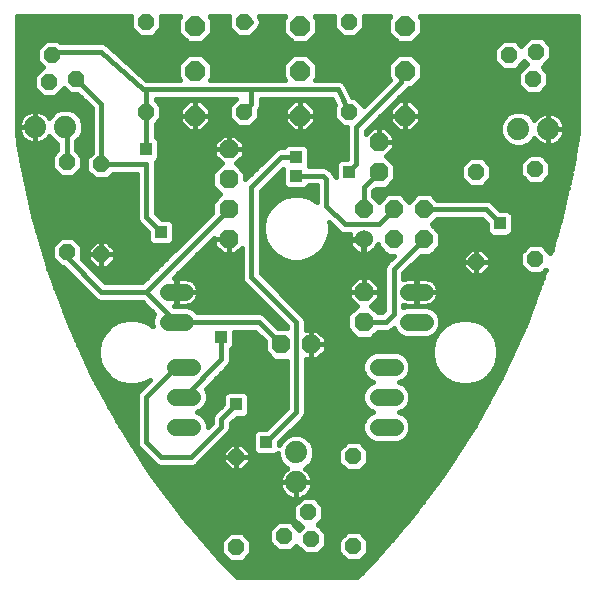
<source format=gbl>
G75*
%MOIN*%
%OFA0B0*%
%FSLAX24Y24*%
%IPPOS*%
%LPD*%
%AMOC8*
5,1,8,0,0,1.08239X$1,22.5*
%
%ADD10C,0.0740*%
%ADD11OC8,0.0520*%
%ADD12OC8,0.0660*%
%ADD13OC8,0.0630*%
%ADD14C,0.0600*%
%ADD15OC8,0.0600*%
%ADD16C,0.0560*%
%ADD17C,0.0160*%
%ADD18R,0.0396X0.0396*%
D10*
X016170Y008330D03*
X016170Y009330D03*
X023580Y020115D03*
X024580Y020115D03*
X008470Y020180D03*
X007470Y020180D03*
D11*
X008530Y019010D03*
X009680Y018930D03*
X011180Y020680D03*
X008830Y021780D03*
X007930Y021680D03*
X008030Y022580D03*
X011180Y023680D03*
X014430Y023680D03*
X014430Y020680D03*
X017930Y020680D03*
X017930Y023680D03*
X023280Y022580D03*
X024180Y022680D03*
X024080Y021780D03*
X024150Y018780D03*
X022180Y018680D03*
X022180Y015680D03*
X024150Y015780D03*
X018080Y009200D03*
X016580Y007330D03*
X016680Y006430D03*
X015780Y006530D03*
X014180Y006180D03*
X014180Y009180D03*
X018080Y006200D03*
X009680Y015930D03*
X008530Y016010D03*
D12*
X012805Y020555D03*
X012805Y022055D03*
X012805Y023555D03*
X016305Y023555D03*
X016305Y022055D03*
X016305Y020555D03*
X019805Y020555D03*
X019805Y022055D03*
X019805Y023555D03*
D13*
X018930Y019680D03*
X018930Y018680D03*
X018430Y014680D03*
X018430Y013680D03*
X016680Y012930D03*
X015680Y012930D03*
X013930Y016430D03*
X013930Y017430D03*
X013930Y018430D03*
X013930Y019430D03*
D14*
X018430Y016430D03*
D15*
X019430Y016430D03*
X020430Y016430D03*
X020430Y017430D03*
X019430Y017430D03*
X018430Y017430D03*
D16*
X019900Y014680D02*
X020460Y014680D01*
X020460Y013680D02*
X019900Y013680D01*
X019460Y012180D02*
X018900Y012180D01*
X018900Y011180D02*
X019460Y011180D01*
X019460Y010180D02*
X018900Y010180D01*
X012710Y010180D02*
X012150Y010180D01*
X012150Y011180D02*
X012710Y011180D01*
X012710Y012180D02*
X012150Y012180D01*
X011900Y013680D02*
X012460Y013680D01*
X012460Y014680D02*
X011900Y014680D01*
D17*
X011318Y008643D02*
X015717Y008643D01*
X015700Y008618D02*
X015660Y008541D01*
X015634Y008459D01*
X015620Y008373D01*
X015620Y008330D01*
X016170Y008330D01*
X016720Y008330D01*
X016720Y008373D01*
X016706Y008459D01*
X016680Y008541D01*
X016640Y008618D01*
X016590Y008688D01*
X016528Y008750D01*
X016468Y008793D01*
X016516Y008813D01*
X016687Y008984D01*
X016780Y009209D01*
X016780Y009451D01*
X016687Y009676D01*
X016516Y009847D01*
X016291Y009940D01*
X016049Y009940D01*
X015824Y009847D01*
X015653Y009676D01*
X015618Y009592D01*
X015618Y009666D01*
X016361Y010409D01*
X016451Y010499D01*
X016500Y010616D01*
X016500Y012435D01*
X016680Y012435D01*
X016885Y012435D01*
X017175Y012725D01*
X017175Y012930D01*
X017175Y013135D01*
X016885Y013425D01*
X016680Y013425D01*
X016680Y012930D01*
X016680Y012930D01*
X017175Y012930D01*
X016680Y012930D01*
X016680Y012930D01*
X016680Y013425D01*
X016500Y013425D01*
X016500Y013744D01*
X016451Y013861D01*
X015000Y015313D01*
X015000Y018047D01*
X015742Y018789D01*
X015742Y018309D01*
X015778Y018221D01*
X015846Y018153D01*
X015934Y018117D01*
X016426Y018117D01*
X016514Y018153D01*
X016582Y018221D01*
X016587Y018235D01*
X016860Y018235D01*
X016860Y017694D01*
X016608Y017839D01*
X016326Y017915D01*
X016034Y017915D01*
X015752Y017839D01*
X015498Y017693D01*
X015292Y017487D01*
X015146Y017233D01*
X015070Y016951D01*
X015070Y016659D01*
X015146Y016377D01*
X015292Y016123D01*
X015498Y015917D01*
X015752Y015771D01*
X016034Y015695D01*
X016326Y015695D01*
X016608Y015771D01*
X016862Y015917D01*
X017068Y016123D01*
X017214Y016377D01*
X017290Y016659D01*
X017290Y016951D01*
X017275Y017008D01*
X017624Y016659D01*
X017741Y016610D01*
X017984Y016610D01*
X017962Y016542D01*
X017950Y016468D01*
X017950Y016450D01*
X018410Y016450D01*
X018410Y016410D01*
X018450Y016410D01*
X018450Y015950D01*
X018468Y015950D01*
X018542Y015962D01*
X018614Y015985D01*
X018682Y016019D01*
X018743Y016064D01*
X018796Y016117D01*
X018841Y016178D01*
X018875Y016246D01*
X018890Y016292D01*
X018890Y016206D01*
X019206Y015890D01*
X019437Y015890D01*
X019249Y015701D01*
X019159Y015611D01*
X019110Y015494D01*
X019110Y014063D01*
X019047Y014000D01*
X018895Y014000D01*
X018672Y014222D01*
X018925Y014475D01*
X018925Y014680D01*
X018925Y014885D01*
X018635Y015175D01*
X018430Y015175D01*
X018430Y014680D01*
X018925Y014680D01*
X018430Y014680D01*
X018430Y014680D01*
X018430Y014680D01*
X018430Y014680D01*
X017935Y014680D01*
X017935Y014885D01*
X018225Y015175D01*
X018430Y015175D01*
X018430Y014680D01*
X017935Y014680D01*
X017935Y014475D01*
X018188Y014222D01*
X017875Y013910D01*
X017875Y013450D01*
X018200Y013125D01*
X018660Y013125D01*
X018895Y013360D01*
X019244Y013360D01*
X019361Y013409D01*
X019424Y013471D01*
X019459Y013385D01*
X019605Y013239D01*
X019797Y013160D01*
X020563Y013160D01*
X020755Y013239D01*
X020901Y013385D01*
X020980Y013577D01*
X020980Y013783D01*
X020901Y013975D01*
X020755Y014121D01*
X020563Y014200D01*
X019797Y014200D01*
X019750Y014181D01*
X019750Y014245D01*
X019792Y014231D01*
X019864Y014220D01*
X020170Y014220D01*
X020170Y014670D01*
X020190Y014670D01*
X020190Y014690D01*
X020170Y014690D01*
X020170Y015140D01*
X019864Y015140D01*
X019792Y015129D01*
X019750Y015115D01*
X019750Y015297D01*
X020343Y015890D01*
X020654Y015890D01*
X020970Y016206D01*
X020970Y016654D01*
X020694Y016930D01*
X020874Y017110D01*
X022367Y017110D01*
X022527Y016951D01*
X022527Y016719D01*
X022563Y016631D01*
X022631Y016563D01*
X022719Y016527D01*
X023211Y016527D01*
X023299Y016563D01*
X023367Y016631D01*
X023403Y016719D01*
X023403Y017211D01*
X023367Y017299D01*
X023299Y017367D01*
X023211Y017403D01*
X022979Y017403D01*
X022771Y017611D01*
X022771Y017611D01*
X022681Y017701D01*
X022564Y017750D01*
X020874Y017750D01*
X020654Y017970D01*
X020206Y017970D01*
X019930Y017694D01*
X019654Y017970D01*
X019206Y017970D01*
X018930Y017694D01*
X018750Y017874D01*
X018750Y018047D01*
X018828Y018125D01*
X019160Y018125D01*
X019485Y018450D01*
X019485Y018910D01*
X019172Y019222D01*
X019425Y019475D01*
X019425Y019680D01*
X019425Y019885D01*
X019135Y020175D01*
X018930Y020175D01*
X018930Y019680D01*
X018930Y019680D01*
X019425Y019680D01*
X018930Y019680D01*
X018930Y019680D01*
X018930Y020175D01*
X018725Y020175D01*
X018500Y019950D01*
X018500Y020047D01*
X019861Y021409D01*
X019938Y021485D01*
X020041Y021485D01*
X020375Y021819D01*
X020375Y022291D01*
X020041Y022625D01*
X019569Y022625D01*
X019235Y022291D01*
X019235Y021819D01*
X019301Y021753D01*
X018430Y020883D01*
X018430Y020887D01*
X018137Y021180D01*
X018038Y021180D01*
X017846Y021563D01*
X017826Y021611D01*
X017818Y021620D01*
X017813Y021630D01*
X017773Y021664D01*
X017736Y021701D01*
X017725Y021706D01*
X017717Y021713D01*
X017667Y021730D01*
X017619Y021750D01*
X017607Y021750D01*
X017596Y021754D01*
X017544Y021750D01*
X016806Y021750D01*
X016875Y021819D01*
X016875Y022291D01*
X016541Y022625D01*
X016069Y022625D01*
X015735Y022291D01*
X015735Y021819D01*
X015804Y021750D01*
X013306Y021750D01*
X013375Y021819D01*
X013375Y022291D01*
X013041Y022625D01*
X012569Y022625D01*
X012235Y022291D01*
X012235Y021819D01*
X012304Y021750D01*
X011179Y021750D01*
X009901Y022912D01*
X009861Y022951D01*
X009854Y022954D01*
X009848Y022960D01*
X009795Y022979D01*
X009744Y023000D01*
X009736Y023000D01*
X009728Y023003D01*
X009672Y023000D01*
X008317Y023000D01*
X008237Y023080D01*
X007823Y023080D01*
X007530Y022787D01*
X007530Y022373D01*
X007723Y022180D01*
X007723Y022180D01*
X007430Y021887D01*
X007430Y021473D01*
X007723Y021180D01*
X008137Y021180D01*
X008430Y021473D01*
X008623Y021280D01*
X008877Y021280D01*
X009360Y020797D01*
X009360Y019317D01*
X009180Y019137D01*
X009180Y018723D01*
X009473Y018430D01*
X009887Y018430D01*
X010067Y018610D01*
X010860Y018610D01*
X010860Y017116D01*
X010909Y016999D01*
X011242Y016666D01*
X011242Y016434D01*
X011278Y016346D01*
X011346Y016278D01*
X011434Y016242D01*
X011926Y016242D01*
X012014Y016278D01*
X012082Y016346D01*
X012118Y016434D01*
X012118Y016926D01*
X012082Y017014D01*
X012014Y017082D01*
X011926Y017118D01*
X011694Y017118D01*
X011500Y017313D01*
X011500Y018994D01*
X011490Y019018D01*
X011514Y019028D01*
X011582Y019096D01*
X011618Y019184D01*
X011618Y019676D01*
X011582Y019764D01*
X011514Y019832D01*
X011500Y019837D01*
X011500Y020293D01*
X011680Y020473D01*
X011680Y020887D01*
X011500Y021067D01*
X011500Y021110D01*
X014153Y021110D01*
X013930Y020887D01*
X013930Y020473D01*
X014223Y020180D01*
X014637Y020180D01*
X014930Y020473D01*
X014930Y020727D01*
X014951Y020749D01*
X015000Y020866D01*
X015000Y021110D01*
X017357Y021110D01*
X017456Y020913D01*
X017430Y020887D01*
X017430Y020473D01*
X017723Y020180D01*
X017860Y020180D01*
X017860Y019118D01*
X017684Y019118D01*
X017596Y019082D01*
X017528Y019014D01*
X017492Y018926D01*
X017492Y018513D01*
X017451Y018611D01*
X017326Y018736D01*
X017236Y018826D01*
X017119Y018875D01*
X016594Y018875D01*
X016618Y018934D01*
X016618Y019426D01*
X016582Y019514D01*
X016514Y019582D01*
X016426Y019618D01*
X015934Y019618D01*
X015846Y019582D01*
X015778Y019514D01*
X015773Y019500D01*
X015616Y019500D01*
X015499Y019451D01*
X014485Y018438D01*
X014485Y018660D01*
X014172Y018972D01*
X014425Y019225D01*
X014425Y019430D01*
X014425Y019635D01*
X014135Y019925D01*
X013930Y019925D01*
X013930Y019430D01*
X013930Y019430D01*
X014425Y019430D01*
X013930Y019430D01*
X013930Y019430D01*
X013930Y019430D01*
X013435Y019430D01*
X013435Y019635D01*
X013725Y019925D01*
X013930Y019925D01*
X013930Y019430D01*
X013435Y019430D01*
X013435Y019225D01*
X013688Y018972D01*
X013375Y018660D01*
X013375Y018200D01*
X013645Y017930D01*
X013375Y017660D01*
X013375Y017328D01*
X011047Y015000D01*
X009813Y015000D01*
X009020Y015793D01*
X009030Y015803D01*
X009030Y016217D01*
X008737Y016510D01*
X008323Y016510D01*
X008030Y016217D01*
X008030Y015803D01*
X008323Y015510D01*
X008397Y015510D01*
X009499Y014409D01*
X009616Y014360D01*
X011047Y014360D01*
X011451Y013956D01*
X011380Y013783D01*
X011380Y013577D01*
X011399Y013531D01*
X011362Y013568D01*
X011108Y013714D01*
X010826Y013790D01*
X010534Y013790D01*
X010252Y013714D01*
X009998Y013568D01*
X009792Y013362D01*
X009646Y013108D01*
X009570Y012826D01*
X009570Y012534D01*
X009646Y012252D01*
X009792Y011998D01*
X009998Y011792D01*
X010252Y011646D01*
X010534Y011570D01*
X010826Y011570D01*
X011108Y011646D01*
X011309Y011761D01*
X010909Y011361D01*
X010860Y011244D01*
X010860Y009616D01*
X010909Y009499D01*
X010999Y009409D01*
X011499Y008909D01*
X011616Y008860D01*
X012744Y008860D01*
X012861Y008909D01*
X012951Y008999D01*
X013951Y009999D01*
X014000Y010116D01*
X014000Y010297D01*
X014194Y010492D01*
X014426Y010492D01*
X014514Y010528D01*
X014582Y010596D01*
X014618Y010684D01*
X014618Y011176D01*
X014582Y011264D01*
X014514Y011332D01*
X014426Y011368D01*
X013934Y011368D01*
X013846Y011332D01*
X013778Y011264D01*
X013742Y011176D01*
X013742Y010944D01*
X013499Y010701D01*
X013409Y010611D01*
X013360Y010494D01*
X013360Y010313D01*
X013230Y010183D01*
X013230Y010283D01*
X013151Y010475D01*
X013005Y010621D01*
X012862Y010680D01*
X013005Y010739D01*
X013151Y010885D01*
X013230Y011077D01*
X013230Y011283D01*
X013159Y011456D01*
X013861Y012159D01*
X013951Y012249D01*
X014000Y012366D01*
X014000Y012773D01*
X014014Y012778D01*
X014082Y012846D01*
X014118Y012934D01*
X014118Y013360D01*
X014797Y013360D01*
X015125Y013032D01*
X015125Y012700D01*
X015450Y012375D01*
X015860Y012375D01*
X015860Y010813D01*
X015166Y010118D01*
X014934Y010118D01*
X014846Y010082D01*
X014778Y010014D01*
X014742Y009926D01*
X014742Y009434D01*
X014778Y009346D01*
X014846Y009278D01*
X014934Y009242D01*
X015426Y009242D01*
X015514Y009278D01*
X015560Y009324D01*
X015560Y009209D01*
X015653Y008984D01*
X015824Y008813D01*
X015872Y008793D01*
X015812Y008750D01*
X015750Y008688D01*
X015700Y008618D01*
X015642Y008484D02*
X011437Y008484D01*
X011555Y008326D02*
X015620Y008326D01*
X015620Y008330D02*
X015620Y008287D01*
X015634Y008201D01*
X015660Y008119D01*
X015700Y008042D01*
X015750Y007972D01*
X015812Y007910D01*
X015882Y007860D01*
X015959Y007820D01*
X016041Y007794D01*
X016127Y007780D01*
X016170Y007780D01*
X016213Y007780D01*
X016299Y007794D01*
X016355Y007812D01*
X016080Y007537D01*
X016080Y007123D01*
X016373Y006830D01*
X016280Y006737D01*
X016280Y006737D01*
X015987Y007030D01*
X015573Y007030D01*
X015280Y006737D01*
X015280Y006323D01*
X015573Y006030D01*
X015987Y006030D01*
X016180Y006223D01*
X016180Y006223D01*
X016473Y005930D01*
X016887Y005930D01*
X017180Y006223D01*
X017180Y006637D01*
X016887Y006930D01*
X017080Y007123D01*
X017080Y007537D01*
X016787Y007830D01*
X016400Y007830D01*
X016458Y007860D01*
X016528Y007910D01*
X016590Y007972D01*
X016640Y008042D01*
X016680Y008119D01*
X016706Y008201D01*
X016720Y008287D01*
X016720Y008330D01*
X016170Y008330D01*
X016170Y008330D01*
X016170Y007780D01*
X016170Y008330D01*
X016170Y008330D01*
X016170Y008330D01*
X015620Y008330D01*
X015645Y008167D02*
X011674Y008167D01*
X011792Y008009D02*
X015724Y008009D01*
X015901Y007850D02*
X011911Y007850D01*
X012030Y007692D02*
X016234Y007692D01*
X016170Y007850D02*
X016170Y007850D01*
X016170Y008009D02*
X016170Y008009D01*
X016170Y008167D02*
X016170Y008167D01*
X016170Y008326D02*
X016170Y008326D01*
X016439Y007850D02*
X020509Y007850D01*
X020390Y007692D02*
X016926Y007692D01*
X017080Y007533D02*
X020272Y007533D01*
X020153Y007375D02*
X017080Y007375D01*
X017080Y007216D02*
X020035Y007216D01*
X019975Y007136D02*
X018735Y005704D01*
X018214Y005165D01*
X014206Y005165D01*
X013685Y005704D01*
X012445Y007136D01*
X011311Y008652D01*
X010288Y010245D01*
X009381Y011908D01*
X008595Y013631D01*
X007934Y015406D01*
X007402Y017223D01*
X007001Y019074D01*
X006855Y019978D01*
X006855Y023875D01*
X010680Y023875D01*
X010680Y023473D01*
X010973Y023180D01*
X011387Y023180D01*
X011680Y023473D01*
X011680Y023875D01*
X012319Y023875D01*
X012235Y023791D01*
X012235Y023319D01*
X012569Y022985D01*
X013041Y022985D01*
X013375Y023319D01*
X013375Y023791D01*
X013291Y023875D01*
X013930Y023875D01*
X013930Y023473D01*
X014223Y023180D01*
X014637Y023180D01*
X014930Y023473D01*
X014930Y023477D01*
X014951Y023499D01*
X015000Y023616D01*
X015000Y023744D01*
X014951Y023861D01*
X014938Y023875D01*
X015819Y023875D01*
X015735Y023791D01*
X015735Y023319D01*
X016069Y022985D01*
X016541Y022985D01*
X016875Y023319D01*
X016875Y023791D01*
X016791Y023875D01*
X017430Y023875D01*
X017430Y023473D01*
X017723Y023180D01*
X018137Y023180D01*
X018430Y023473D01*
X018430Y023875D01*
X019319Y023875D01*
X019235Y023791D01*
X019235Y023319D01*
X019569Y022985D01*
X020041Y022985D01*
X020375Y023319D01*
X020375Y023791D01*
X020291Y023875D01*
X025565Y023875D01*
X025565Y019978D01*
X025419Y019074D01*
X025018Y017223D01*
X024650Y015966D01*
X024650Y015987D01*
X024357Y016280D01*
X023943Y016280D01*
X023650Y015987D01*
X023650Y015573D01*
X023943Y015280D01*
X024357Y015280D01*
X024487Y015410D01*
X024486Y015405D01*
X023825Y013631D01*
X023039Y011908D01*
X022132Y010245D01*
X021109Y008652D01*
X019975Y007136D01*
X019907Y007058D02*
X017015Y007058D01*
X016887Y006930D02*
X016887Y006930D01*
X016918Y006899D02*
X019769Y006899D01*
X019632Y006741D02*
X017077Y006741D01*
X017180Y006582D02*
X017755Y006582D01*
X017873Y006700D02*
X017580Y006407D01*
X017580Y005993D01*
X017873Y005700D01*
X018287Y005700D01*
X018580Y005993D01*
X018580Y006407D01*
X018287Y006700D01*
X017873Y006700D01*
X017596Y006424D02*
X017180Y006424D01*
X017180Y006265D02*
X017580Y006265D01*
X017580Y006107D02*
X017064Y006107D01*
X016905Y005948D02*
X017625Y005948D01*
X017783Y005790D02*
X014497Y005790D01*
X014387Y005680D02*
X014680Y005973D01*
X014680Y006387D01*
X014387Y006680D01*
X013973Y006680D01*
X013680Y006387D01*
X013680Y005973D01*
X013973Y005680D01*
X014387Y005680D01*
X014655Y005948D02*
X016455Y005948D01*
X016296Y006107D02*
X016064Y006107D01*
X015496Y006107D02*
X014680Y006107D01*
X014680Y006265D02*
X015338Y006265D01*
X015280Y006424D02*
X014644Y006424D01*
X014485Y006582D02*
X015280Y006582D01*
X015283Y006741D02*
X012788Y006741D01*
X012651Y006899D02*
X015442Y006899D01*
X016118Y006899D02*
X016304Y006899D01*
X016373Y006830D02*
X016373Y006830D01*
X016283Y006741D02*
X016277Y006741D01*
X016145Y007058D02*
X012513Y007058D01*
X012385Y007216D02*
X016080Y007216D01*
X016080Y007375D02*
X012267Y007375D01*
X012148Y007533D02*
X016080Y007533D01*
X016616Y008009D02*
X020628Y008009D01*
X020746Y008167D02*
X016695Y008167D01*
X016720Y008326D02*
X020865Y008326D01*
X020983Y008484D02*
X016698Y008484D01*
X016623Y008643D02*
X021102Y008643D01*
X021205Y008801D02*
X018388Y008801D01*
X018287Y008700D02*
X018580Y008993D01*
X018580Y009407D01*
X018287Y009700D01*
X017873Y009700D01*
X017580Y009407D01*
X017580Y008993D01*
X017873Y008700D01*
X018287Y008700D01*
X018547Y008960D02*
X021307Y008960D01*
X021408Y009118D02*
X018580Y009118D01*
X018580Y009277D02*
X021510Y009277D01*
X021612Y009435D02*
X018552Y009435D01*
X018394Y009594D02*
X021714Y009594D01*
X021816Y009752D02*
X019767Y009752D01*
X019755Y009739D02*
X019901Y009885D01*
X019980Y010077D01*
X019980Y010283D01*
X019901Y010475D01*
X019755Y010621D01*
X019612Y010680D01*
X019755Y010739D01*
X019901Y010885D01*
X019980Y011077D01*
X019980Y011283D01*
X019901Y011475D01*
X019755Y011621D01*
X019612Y011680D01*
X019755Y011739D01*
X019901Y011885D01*
X019980Y012077D01*
X019980Y012283D01*
X019901Y012475D01*
X019755Y012621D01*
X019563Y012700D01*
X018797Y012700D01*
X018605Y012621D01*
X018459Y012475D01*
X018380Y012283D01*
X018380Y012077D01*
X018459Y011885D01*
X018605Y011739D01*
X018748Y011680D01*
X018605Y011621D01*
X018459Y011475D01*
X018380Y011283D01*
X018380Y011077D01*
X018459Y010885D01*
X018605Y010739D01*
X018748Y010680D01*
X018605Y010621D01*
X018459Y010475D01*
X018380Y010283D01*
X018380Y010077D01*
X018459Y009885D01*
X018605Y009739D01*
X018797Y009660D01*
X019563Y009660D01*
X019755Y009739D01*
X019911Y009911D02*
X021917Y009911D01*
X022019Y010069D02*
X019977Y010069D01*
X019980Y010228D02*
X022121Y010228D01*
X022209Y010386D02*
X019938Y010386D01*
X019831Y010545D02*
X022296Y010545D01*
X022382Y010703D02*
X019667Y010703D01*
X019877Y010862D02*
X022469Y010862D01*
X022555Y011020D02*
X019957Y011020D01*
X019980Y011179D02*
X022642Y011179D01*
X022728Y011337D02*
X019958Y011337D01*
X019880Y011496D02*
X022814Y011496D01*
X022901Y011654D02*
X022248Y011654D01*
X022233Y011646D02*
X022487Y011792D01*
X022693Y011998D01*
X022839Y012252D01*
X022915Y012534D01*
X022915Y012826D01*
X022839Y013108D01*
X022693Y013362D01*
X022487Y013568D01*
X022233Y013714D01*
X021951Y013790D01*
X021659Y013790D01*
X021377Y013714D01*
X021123Y013568D01*
X020917Y013362D01*
X020771Y013108D01*
X020695Y012826D01*
X020695Y012534D01*
X020771Y012252D01*
X020917Y011998D01*
X021123Y011792D01*
X021377Y011646D01*
X021659Y011570D01*
X021951Y011570D01*
X022233Y011646D01*
X022507Y011813D02*
X022987Y011813D01*
X023068Y011971D02*
X022666Y011971D01*
X022769Y012130D02*
X023140Y012130D01*
X023213Y012288D02*
X022849Y012288D01*
X022892Y012447D02*
X023285Y012447D01*
X023357Y012605D02*
X022915Y012605D01*
X022915Y012764D02*
X023430Y012764D01*
X023502Y012922D02*
X022889Y012922D01*
X022847Y013081D02*
X023574Y013081D01*
X023647Y013239D02*
X022764Y013239D01*
X022657Y013398D02*
X023719Y013398D01*
X023791Y013556D02*
X022499Y013556D01*
X022233Y013715D02*
X023856Y013715D01*
X023915Y013873D02*
X020943Y013873D01*
X020980Y013715D02*
X021377Y013715D01*
X021111Y013556D02*
X020971Y013556D01*
X020953Y013398D02*
X020906Y013398D01*
X020846Y013239D02*
X020754Y013239D01*
X020763Y013081D02*
X017175Y013081D01*
X017175Y012922D02*
X020721Y012922D01*
X020695Y012764D02*
X017175Y012764D01*
X017055Y012605D02*
X018590Y012605D01*
X018448Y012447D02*
X016897Y012447D01*
X016680Y012447D02*
X016680Y012447D01*
X016680Y012435D02*
X016680Y012930D01*
X016680Y012930D01*
X016680Y012435D01*
X016680Y012605D02*
X016680Y012605D01*
X016680Y012764D02*
X016680Y012764D01*
X016680Y012922D02*
X016680Y012922D01*
X016680Y013081D02*
X016680Y013081D01*
X016680Y013239D02*
X016680Y013239D01*
X016680Y013398D02*
X016680Y013398D01*
X016913Y013398D02*
X017928Y013398D01*
X017875Y013556D02*
X016500Y013556D01*
X016500Y013715D02*
X017875Y013715D01*
X017875Y013873D02*
X016440Y013873D01*
X016281Y014032D02*
X017997Y014032D01*
X018155Y014190D02*
X016123Y014190D01*
X015964Y014349D02*
X018061Y014349D01*
X017935Y014507D02*
X015806Y014507D01*
X015647Y014666D02*
X017935Y014666D01*
X017935Y014824D02*
X015489Y014824D01*
X015330Y014983D02*
X018032Y014983D01*
X018191Y015141D02*
X015172Y015141D01*
X015013Y015300D02*
X019110Y015300D01*
X019110Y015458D02*
X015000Y015458D01*
X015000Y015617D02*
X019164Y015617D01*
X019322Y015775D02*
X016616Y015775D01*
X016878Y015934D02*
X019163Y015934D01*
X019004Y016092D02*
X018771Y016092D01*
X018876Y016251D02*
X018890Y016251D01*
X018450Y016251D02*
X018410Y016251D01*
X018410Y016409D02*
X018450Y016409D01*
X018410Y016410D02*
X018410Y015950D01*
X018392Y015950D01*
X018318Y015962D01*
X018246Y015985D01*
X018178Y016019D01*
X018117Y016064D01*
X018064Y016117D01*
X018019Y016178D01*
X017985Y016246D01*
X017962Y016318D01*
X017950Y016392D01*
X017950Y016410D01*
X018410Y016410D01*
X018410Y016092D02*
X018450Y016092D01*
X018089Y016092D02*
X017037Y016092D01*
X017141Y016251D02*
X017984Y016251D01*
X017950Y016409D02*
X017223Y016409D01*
X017265Y016568D02*
X017970Y016568D01*
X017805Y016930D02*
X017180Y017555D01*
X017180Y018430D01*
X017055Y018555D01*
X016180Y018555D01*
X016618Y018945D02*
X017500Y018945D01*
X017492Y018787D02*
X017276Y018787D01*
X017435Y018628D02*
X017492Y018628D01*
X017930Y018680D02*
X018180Y018930D01*
X018180Y020180D01*
X019680Y021680D01*
X019680Y022180D01*
X019805Y022055D01*
X020234Y022432D02*
X022780Y022432D01*
X022780Y022373D02*
X023073Y022080D01*
X023487Y022080D01*
X023780Y022373D01*
X023873Y022280D01*
X023873Y022280D01*
X023580Y021987D01*
X023580Y021573D01*
X023873Y021280D01*
X024287Y021280D01*
X024580Y021573D01*
X024580Y021987D01*
X024387Y022180D01*
X024387Y022180D01*
X024680Y022473D01*
X024680Y022887D01*
X024387Y023180D01*
X023973Y023180D01*
X023680Y022887D01*
X023487Y023080D01*
X023073Y023080D01*
X022780Y022787D01*
X022780Y022373D01*
X022879Y022274D02*
X020375Y022274D01*
X020375Y022115D02*
X023038Y022115D01*
X023522Y022115D02*
X023708Y022115D01*
X023681Y022274D02*
X023866Y022274D01*
X023780Y022373D02*
X023780Y022373D01*
X023580Y021957D02*
X020375Y021957D01*
X020354Y021798D02*
X023580Y021798D01*
X023580Y021640D02*
X020196Y021640D01*
X019934Y021481D02*
X023672Y021481D01*
X023830Y021323D02*
X019775Y021323D01*
X019617Y021164D02*
X025565Y021164D01*
X025565Y021006D02*
X020076Y021006D01*
X020016Y021065D02*
X019805Y021065D01*
X019805Y020555D01*
X019805Y020555D01*
X020315Y020555D01*
X020315Y020766D01*
X020016Y021065D01*
X019805Y021065D02*
X019805Y020555D01*
X019805Y020555D01*
X019805Y020555D01*
X019295Y020555D01*
X019295Y020766D01*
X019594Y021065D01*
X019805Y021065D01*
X019805Y021006D02*
X019805Y021006D01*
X019805Y020847D02*
X019805Y020847D01*
X019805Y020689D02*
X019805Y020689D01*
X019805Y020555D02*
X019295Y020555D01*
X019295Y020344D01*
X019594Y020045D01*
X019805Y020045D01*
X020016Y020045D01*
X020315Y020344D01*
X020315Y020555D01*
X019805Y020555D01*
X019805Y020045D01*
X019805Y020555D01*
X019805Y020555D01*
X019805Y020530D02*
X019805Y020530D01*
X019805Y020372D02*
X019805Y020372D01*
X019805Y020213D02*
X019805Y020213D01*
X019805Y020055D02*
X019805Y020055D01*
X020026Y020055D02*
X022970Y020055D01*
X022970Y019994D02*
X023063Y019769D01*
X023234Y019598D01*
X023459Y019505D01*
X023701Y019505D01*
X023926Y019598D01*
X024097Y019769D01*
X024117Y019817D01*
X024160Y019757D01*
X024222Y019695D01*
X024292Y019645D01*
X024369Y019605D01*
X024451Y019579D01*
X024537Y019565D01*
X024580Y019565D01*
X024623Y019565D01*
X024709Y019579D01*
X024791Y019605D01*
X024868Y019645D01*
X024938Y019695D01*
X025000Y019757D01*
X025050Y019827D01*
X025090Y019904D01*
X025116Y019986D01*
X025130Y020072D01*
X025130Y020115D01*
X025130Y020158D01*
X025116Y020244D01*
X025090Y020326D01*
X025050Y020403D01*
X025000Y020473D01*
X024938Y020535D01*
X024868Y020585D01*
X024791Y020625D01*
X024709Y020651D01*
X024623Y020665D01*
X024580Y020665D01*
X024580Y020115D01*
X025130Y020115D01*
X024580Y020115D01*
X024580Y020115D01*
X024580Y020115D01*
X024580Y019565D01*
X024580Y020115D01*
X024580Y020115D01*
X024580Y020665D01*
X024537Y020665D01*
X024451Y020651D01*
X024369Y020625D01*
X024292Y020585D01*
X024222Y020535D01*
X024160Y020473D01*
X024117Y020413D01*
X024097Y020461D01*
X023926Y020632D01*
X023701Y020725D01*
X023459Y020725D01*
X023234Y020632D01*
X023063Y020461D01*
X022970Y020236D01*
X022970Y019994D01*
X023010Y019896D02*
X019414Y019896D01*
X019425Y019738D02*
X023095Y019738D01*
X023280Y019579D02*
X019425Y019579D01*
X019371Y019421D02*
X025475Y019421D01*
X025501Y019579D02*
X024710Y019579D01*
X024580Y019579D02*
X024580Y019579D01*
X024450Y019579D02*
X023880Y019579D01*
X024065Y019738D02*
X024180Y019738D01*
X024580Y019738D02*
X024580Y019738D01*
X024580Y019896D02*
X024580Y019896D01*
X024580Y020055D02*
X024580Y020055D01*
X024580Y020213D02*
X024580Y020213D01*
X024580Y020372D02*
X024580Y020372D01*
X024580Y020530D02*
X024580Y020530D01*
X024943Y020530D02*
X025565Y020530D01*
X025565Y020372D02*
X025067Y020372D01*
X025121Y020213D02*
X025565Y020213D01*
X025565Y020055D02*
X025127Y020055D01*
X025086Y019896D02*
X025552Y019896D01*
X025526Y019738D02*
X024980Y019738D01*
X025450Y019262D02*
X024375Y019262D01*
X024357Y019280D02*
X023943Y019280D01*
X023650Y018987D01*
X023650Y018573D01*
X023943Y018280D01*
X024357Y018280D01*
X024650Y018573D01*
X024650Y018987D01*
X024357Y019280D01*
X024534Y019104D02*
X025424Y019104D01*
X025391Y018945D02*
X024650Y018945D01*
X024650Y018787D02*
X025357Y018787D01*
X025323Y018628D02*
X024650Y018628D01*
X024547Y018470D02*
X025288Y018470D01*
X025254Y018311D02*
X024388Y018311D01*
X023912Y018311D02*
X022518Y018311D01*
X022387Y018180D02*
X022680Y018473D01*
X022680Y018887D01*
X022387Y019180D01*
X021973Y019180D01*
X021680Y018887D01*
X021680Y018473D01*
X021973Y018180D01*
X022387Y018180D01*
X022677Y018470D02*
X023753Y018470D01*
X023650Y018628D02*
X022680Y018628D01*
X022680Y018787D02*
X023650Y018787D01*
X023650Y018945D02*
X022622Y018945D01*
X022464Y019104D02*
X023766Y019104D01*
X023925Y019262D02*
X019212Y019262D01*
X019291Y019104D02*
X021896Y019104D01*
X021738Y018945D02*
X019450Y018945D01*
X019485Y018787D02*
X021680Y018787D01*
X021680Y018628D02*
X019485Y018628D01*
X019485Y018470D02*
X021683Y018470D01*
X021842Y018311D02*
X019346Y018311D01*
X019187Y018153D02*
X025220Y018153D01*
X025185Y017994D02*
X018750Y017994D01*
X018788Y017836D02*
X019072Y017836D01*
X019430Y017430D02*
X018930Y016930D01*
X017805Y016930D01*
X017556Y016726D02*
X017290Y016726D01*
X017290Y016885D02*
X017398Y016885D01*
X016860Y017836D02*
X016615Y017836D01*
X016860Y017994D02*
X015000Y017994D01*
X015000Y017836D02*
X015745Y017836D01*
X015482Y017677D02*
X015000Y017677D01*
X015000Y017519D02*
X015324Y017519D01*
X015219Y017360D02*
X015000Y017360D01*
X015000Y017202D02*
X015137Y017202D01*
X015095Y017043D02*
X015000Y017043D01*
X015000Y016885D02*
X015070Y016885D01*
X015070Y016726D02*
X015000Y016726D01*
X015000Y016568D02*
X015095Y016568D01*
X015137Y016409D02*
X015000Y016409D01*
X015000Y016251D02*
X015219Y016251D01*
X015323Y016092D02*
X015000Y016092D01*
X015000Y015934D02*
X015482Y015934D01*
X015744Y015775D02*
X015000Y015775D01*
X014360Y015775D02*
X012728Y015775D01*
X012886Y015934D02*
X014360Y015934D01*
X014360Y016092D02*
X014292Y016092D01*
X014360Y016160D02*
X014360Y015116D01*
X014409Y014999D01*
X014499Y014909D01*
X015860Y013547D01*
X015860Y013485D01*
X015578Y013485D01*
X015201Y013861D01*
X015111Y013951D01*
X014994Y014000D01*
X012875Y014000D01*
X012755Y014121D01*
X012563Y014200D01*
X012113Y014200D01*
X012093Y014220D01*
X012170Y014220D01*
X012170Y014670D01*
X012190Y014670D01*
X012190Y014690D01*
X012170Y014690D01*
X012170Y015140D01*
X012093Y015140D01*
X013435Y016482D01*
X013435Y016430D01*
X013930Y016430D01*
X013930Y015935D01*
X014135Y015935D01*
X014360Y016160D01*
X013930Y016092D02*
X013930Y016092D01*
X013930Y015935D02*
X013930Y016430D01*
X013930Y016430D01*
X013930Y016430D01*
X013435Y016430D01*
X013435Y016225D01*
X013725Y015935D01*
X013930Y015935D01*
X013930Y016251D02*
X013930Y016251D01*
X013930Y016409D02*
X013930Y016409D01*
X013568Y016092D02*
X013045Y016092D01*
X013203Y016251D02*
X013435Y016251D01*
X013435Y016409D02*
X013362Y016409D01*
X012773Y016726D02*
X012118Y016726D01*
X012118Y016568D02*
X012615Y016568D01*
X012456Y016409D02*
X012108Y016409D01*
X011947Y016251D02*
X012298Y016251D01*
X012139Y016092D02*
X010120Y016092D01*
X010120Y016112D02*
X009862Y016370D01*
X009680Y016370D01*
X009680Y015930D01*
X009680Y015930D01*
X010120Y015930D01*
X010120Y016112D01*
X010120Y015934D02*
X011981Y015934D01*
X011822Y015775D02*
X010120Y015775D01*
X010120Y015748D02*
X010120Y015930D01*
X009680Y015930D01*
X009680Y015930D01*
X009680Y015930D01*
X009240Y015930D01*
X009240Y016112D01*
X009498Y016370D01*
X009680Y016370D01*
X009680Y015930D01*
X009680Y015490D01*
X009862Y015490D01*
X010120Y015748D01*
X009989Y015617D02*
X011664Y015617D01*
X011505Y015458D02*
X009355Y015458D01*
X009498Y015490D02*
X009240Y015748D01*
X009240Y015930D01*
X009680Y015930D01*
X009680Y015930D01*
X009680Y015490D01*
X009498Y015490D01*
X009371Y015617D02*
X009196Y015617D01*
X009240Y015775D02*
X009038Y015775D01*
X009030Y015934D02*
X009240Y015934D01*
X009240Y016092D02*
X009030Y016092D01*
X008997Y016251D02*
X009378Y016251D01*
X009680Y016251D02*
X009680Y016251D01*
X009680Y016092D02*
X009680Y016092D01*
X009680Y015934D02*
X009680Y015934D01*
X009680Y015775D02*
X009680Y015775D01*
X009680Y015617D02*
X009680Y015617D01*
X009513Y015300D02*
X011347Y015300D01*
X011188Y015141D02*
X009672Y015141D01*
X009680Y014680D02*
X008530Y015830D01*
X008530Y016010D01*
X008216Y015617D02*
X007872Y015617D01*
X007826Y015775D02*
X008058Y015775D01*
X008030Y015934D02*
X007779Y015934D01*
X007733Y016092D02*
X008030Y016092D01*
X008063Y016251D02*
X007687Y016251D01*
X007640Y016409D02*
X008222Y016409D01*
X007594Y016568D02*
X011242Y016568D01*
X011252Y016409D02*
X008838Y016409D01*
X008449Y015458D02*
X007919Y015458D01*
X007974Y015300D02*
X008608Y015300D01*
X008766Y015141D02*
X008033Y015141D01*
X008092Y014983D02*
X008925Y014983D01*
X009083Y014824D02*
X008151Y014824D01*
X008210Y014666D02*
X009242Y014666D01*
X009400Y014507D02*
X008269Y014507D01*
X008328Y014349D02*
X011059Y014349D01*
X011217Y014190D02*
X008387Y014190D01*
X008446Y014032D02*
X011376Y014032D01*
X011417Y013873D02*
X008505Y013873D01*
X008564Y013715D02*
X010252Y013715D01*
X009986Y013556D02*
X008629Y013556D01*
X008701Y013398D02*
X009828Y013398D01*
X009721Y013239D02*
X008773Y013239D01*
X008846Y013081D02*
X009638Y013081D01*
X009596Y012922D02*
X008918Y012922D01*
X008990Y012764D02*
X009570Y012764D01*
X009570Y012605D02*
X009063Y012605D01*
X009135Y012447D02*
X009593Y012447D01*
X009636Y012288D02*
X009207Y012288D01*
X009280Y012130D02*
X009716Y012130D01*
X009819Y011971D02*
X009352Y011971D01*
X009433Y011813D02*
X009978Y011813D01*
X010237Y011654D02*
X009519Y011654D01*
X009606Y011496D02*
X011043Y011496D01*
X011123Y011654D02*
X011201Y011654D01*
X010899Y011337D02*
X009692Y011337D01*
X009778Y011179D02*
X010860Y011179D01*
X010860Y011020D02*
X009865Y011020D01*
X009951Y010862D02*
X010860Y010862D01*
X010860Y010703D02*
X010038Y010703D01*
X010124Y010545D02*
X010860Y010545D01*
X010860Y010386D02*
X010211Y010386D01*
X010299Y010228D02*
X010860Y010228D01*
X010860Y010069D02*
X010401Y010069D01*
X010503Y009911D02*
X010860Y009911D01*
X010860Y009752D02*
X010604Y009752D01*
X010706Y009594D02*
X010869Y009594D01*
X010808Y009435D02*
X010972Y009435D01*
X010910Y009277D02*
X011131Y009277D01*
X011012Y009118D02*
X011289Y009118D01*
X011448Y008960D02*
X011113Y008960D01*
X011215Y008801D02*
X013937Y008801D01*
X013998Y008740D02*
X013740Y008998D01*
X013740Y009180D01*
X014180Y009180D01*
X014180Y009180D01*
X014180Y009620D01*
X014362Y009620D01*
X014620Y009362D01*
X014620Y009180D01*
X014180Y009180D01*
X014180Y009180D01*
X014180Y009180D01*
X014180Y009620D01*
X013998Y009620D01*
X013740Y009362D01*
X013740Y009180D01*
X014180Y009180D01*
X014620Y009180D01*
X014620Y008998D01*
X014362Y008740D01*
X014180Y008740D01*
X014180Y009180D01*
X014180Y009180D01*
X014180Y008740D01*
X013998Y008740D01*
X014180Y008801D02*
X014180Y008801D01*
X014180Y008960D02*
X014180Y008960D01*
X014180Y009118D02*
X014180Y009118D01*
X014180Y009277D02*
X014180Y009277D01*
X014180Y009435D02*
X014180Y009435D01*
X014180Y009594D02*
X014180Y009594D01*
X014389Y009594D02*
X014742Y009594D01*
X014742Y009752D02*
X013705Y009752D01*
X013863Y009911D02*
X014742Y009911D01*
X014833Y010069D02*
X013980Y010069D01*
X014000Y010228D02*
X015275Y010228D01*
X015433Y010386D02*
X014089Y010386D01*
X014530Y010545D02*
X015592Y010545D01*
X015750Y010703D02*
X014618Y010703D01*
X014618Y010862D02*
X015860Y010862D01*
X015860Y011020D02*
X014618Y011020D01*
X014617Y011179D02*
X015860Y011179D01*
X015860Y011337D02*
X014501Y011337D01*
X014180Y010930D02*
X013680Y010430D01*
X013680Y010180D01*
X012680Y009180D01*
X011680Y009180D01*
X011180Y009680D01*
X011180Y011180D01*
X012180Y012180D01*
X012430Y012180D01*
X013357Y011654D02*
X015860Y011654D01*
X015860Y011496D02*
X013198Y011496D01*
X013208Y011337D02*
X013859Y011337D01*
X013743Y011179D02*
X013230Y011179D01*
X013207Y011020D02*
X013742Y011020D01*
X013659Y010862D02*
X013127Y010862D01*
X012917Y010703D02*
X013500Y010703D01*
X013381Y010545D02*
X013081Y010545D01*
X013188Y010386D02*
X013360Y010386D01*
X013275Y010228D02*
X013230Y010228D01*
X013546Y009594D02*
X013971Y009594D01*
X013813Y009435D02*
X013388Y009435D01*
X013229Y009277D02*
X013740Y009277D01*
X013740Y009118D02*
X013071Y009118D01*
X012912Y008960D02*
X013778Y008960D01*
X014423Y008801D02*
X015853Y008801D01*
X015678Y008960D02*
X014582Y008960D01*
X014620Y009118D02*
X015598Y009118D01*
X015560Y009277D02*
X015509Y009277D01*
X015618Y009594D02*
X015619Y009594D01*
X015705Y009752D02*
X015729Y009752D01*
X015863Y009911D02*
X015977Y009911D01*
X016022Y010069D02*
X018383Y010069D01*
X018380Y010228D02*
X016180Y010228D01*
X016339Y010386D02*
X018422Y010386D01*
X018529Y010545D02*
X016470Y010545D01*
X016500Y010703D02*
X018693Y010703D01*
X018483Y010862D02*
X016500Y010862D01*
X016500Y011020D02*
X018403Y011020D01*
X018380Y011179D02*
X016500Y011179D01*
X016500Y011337D02*
X018402Y011337D01*
X018480Y011496D02*
X016500Y011496D01*
X016500Y011654D02*
X018686Y011654D01*
X018532Y011813D02*
X016500Y011813D01*
X016500Y011971D02*
X018424Y011971D01*
X018380Y012130D02*
X016500Y012130D01*
X016500Y012288D02*
X018382Y012288D01*
X018086Y013239D02*
X017071Y013239D01*
X016180Y013680D02*
X014680Y015180D01*
X014680Y018180D01*
X015680Y019180D01*
X016180Y019180D01*
X016618Y019104D02*
X017649Y019104D01*
X017860Y019262D02*
X016618Y019262D01*
X016618Y019421D02*
X017860Y019421D01*
X017860Y019579D02*
X016517Y019579D01*
X016516Y020045D02*
X016305Y020045D01*
X016305Y020555D01*
X016305Y020555D01*
X016305Y021065D01*
X016516Y021065D01*
X016815Y020766D01*
X016815Y020555D01*
X016305Y020555D01*
X016305Y020555D01*
X016305Y020555D01*
X015795Y020555D01*
X015795Y020766D01*
X016094Y021065D01*
X016305Y021065D01*
X016305Y020555D01*
X016815Y020555D01*
X016815Y020344D01*
X016516Y020045D01*
X016526Y020055D02*
X017860Y020055D01*
X017860Y019896D02*
X014164Y019896D01*
X014323Y019738D02*
X017860Y019738D01*
X017690Y020213D02*
X016684Y020213D01*
X016815Y020372D02*
X017531Y020372D01*
X017430Y020530D02*
X016815Y020530D01*
X016815Y020689D02*
X017430Y020689D01*
X017430Y020847D02*
X016734Y020847D01*
X016576Y021006D02*
X017409Y021006D01*
X017555Y021430D02*
X014680Y021430D01*
X014680Y020930D01*
X014430Y020680D01*
X013930Y020689D02*
X013315Y020689D01*
X013315Y020766D02*
X013016Y021065D01*
X012805Y021065D01*
X012805Y020555D01*
X012805Y020555D01*
X013315Y020555D01*
X013315Y020766D01*
X013234Y020847D02*
X013930Y020847D01*
X014048Y021006D02*
X013076Y021006D01*
X012805Y021006D02*
X012805Y021006D01*
X012805Y021065D02*
X012594Y021065D01*
X012295Y020766D01*
X012295Y020555D01*
X012805Y020555D01*
X012805Y020555D01*
X012805Y020555D01*
X012805Y021065D01*
X012805Y020847D02*
X012805Y020847D01*
X012805Y020689D02*
X012805Y020689D01*
X012805Y020555D02*
X012295Y020555D01*
X012295Y020344D01*
X012594Y020045D01*
X012805Y020045D01*
X013016Y020045D01*
X013315Y020344D01*
X013315Y020555D01*
X012805Y020555D01*
X012805Y020045D01*
X012805Y020555D01*
X012805Y020555D01*
X012805Y020530D02*
X012805Y020530D01*
X012805Y020372D02*
X012805Y020372D01*
X012805Y020213D02*
X012805Y020213D01*
X012805Y020055D02*
X012805Y020055D01*
X013026Y020055D02*
X016084Y020055D01*
X016094Y020045D02*
X015795Y020344D01*
X015795Y020555D01*
X016305Y020555D01*
X016305Y020555D01*
X016305Y020045D01*
X016094Y020045D01*
X016305Y020055D02*
X016305Y020055D01*
X016305Y020213D02*
X016305Y020213D01*
X016305Y020372D02*
X016305Y020372D01*
X016305Y020530D02*
X016305Y020530D01*
X016305Y020689D02*
X016305Y020689D01*
X016305Y020847D02*
X016305Y020847D01*
X016305Y021006D02*
X016305Y021006D01*
X016034Y021006D02*
X015000Y021006D01*
X014992Y020847D02*
X015876Y020847D01*
X015795Y020689D02*
X014930Y020689D01*
X014930Y020530D02*
X015795Y020530D01*
X015795Y020372D02*
X014829Y020372D01*
X014670Y020213D02*
X015926Y020213D01*
X015843Y019579D02*
X014425Y019579D01*
X014425Y019421D02*
X015468Y019421D01*
X015309Y019262D02*
X014425Y019262D01*
X014304Y019104D02*
X015151Y019104D01*
X014992Y018945D02*
X014200Y018945D01*
X014358Y018787D02*
X014834Y018787D01*
X014675Y018628D02*
X014485Y018628D01*
X014485Y018470D02*
X014517Y018470D01*
X015105Y018153D02*
X015848Y018153D01*
X015742Y018311D02*
X015264Y018311D01*
X015422Y018470D02*
X015742Y018470D01*
X015742Y018628D02*
X015581Y018628D01*
X015739Y018787D02*
X015742Y018787D01*
X016512Y018153D02*
X016860Y018153D01*
X018430Y018180D02*
X018430Y017430D01*
X018430Y018180D02*
X018930Y018680D01*
X019788Y017836D02*
X020072Y017836D01*
X020430Y017430D02*
X022500Y017430D01*
X022965Y016965D01*
X022527Y016885D02*
X020739Y016885D01*
X020807Y017043D02*
X022434Y017043D01*
X022864Y017519D02*
X025082Y017519D01*
X025117Y017677D02*
X022706Y017677D01*
X023306Y017360D02*
X025048Y017360D01*
X025012Y017202D02*
X023403Y017202D01*
X023403Y017043D02*
X024965Y017043D01*
X024919Y016885D02*
X023403Y016885D01*
X023403Y016726D02*
X024873Y016726D01*
X024826Y016568D02*
X023303Y016568D01*
X023755Y016092D02*
X022390Y016092D01*
X022362Y016120D02*
X022180Y016120D01*
X022180Y015680D01*
X022180Y015680D01*
X022620Y015680D01*
X022620Y015862D01*
X022362Y016120D01*
X022180Y016120D02*
X022180Y015680D01*
X022180Y015680D01*
X022180Y015680D01*
X021740Y015680D01*
X021740Y015862D01*
X021998Y016120D01*
X022180Y016120D01*
X022180Y016092D02*
X022180Y016092D01*
X022180Y015934D02*
X022180Y015934D01*
X022180Y015775D02*
X022180Y015775D01*
X022180Y015680D02*
X021740Y015680D01*
X021740Y015498D01*
X021998Y015240D01*
X022180Y015240D01*
X022362Y015240D01*
X022620Y015498D01*
X022620Y015680D01*
X022180Y015680D01*
X022180Y015240D01*
X022180Y015680D01*
X022180Y015680D01*
X022180Y015617D02*
X022180Y015617D01*
X022180Y015458D02*
X022180Y015458D01*
X022180Y015300D02*
X022180Y015300D01*
X022422Y015300D02*
X023923Y015300D01*
X023765Y015458D02*
X022580Y015458D01*
X022620Y015617D02*
X023650Y015617D01*
X023650Y015775D02*
X022620Y015775D01*
X022549Y015934D02*
X023650Y015934D01*
X023913Y016251D02*
X020970Y016251D01*
X020970Y016409D02*
X024780Y016409D01*
X024733Y016251D02*
X024387Y016251D01*
X024545Y016092D02*
X024687Y016092D01*
X024446Y015300D02*
X024377Y015300D01*
X024387Y015141D02*
X019750Y015141D01*
X019752Y015300D02*
X021938Y015300D01*
X021780Y015458D02*
X019911Y015458D01*
X020069Y015617D02*
X021740Y015617D01*
X021740Y015775D02*
X020228Y015775D01*
X020697Y015934D02*
X021811Y015934D01*
X021970Y016092D02*
X020856Y016092D01*
X020430Y016430D02*
X019430Y015430D01*
X019430Y013930D01*
X019180Y013680D01*
X018430Y013680D01*
X018863Y014032D02*
X019079Y014032D01*
X019110Y014190D02*
X018705Y014190D01*
X018799Y014349D02*
X019110Y014349D01*
X019110Y014507D02*
X018925Y014507D01*
X018925Y014666D02*
X019110Y014666D01*
X019110Y014824D02*
X018925Y014824D01*
X018828Y014983D02*
X019110Y014983D01*
X019110Y015141D02*
X018669Y015141D01*
X018430Y015141D02*
X018430Y015141D01*
X018430Y014983D02*
X018430Y014983D01*
X018430Y014824D02*
X018430Y014824D01*
X019750Y014190D02*
X019772Y014190D01*
X020190Y014220D02*
X020190Y014670D01*
X020920Y014670D01*
X020920Y014644D01*
X020909Y014572D01*
X020886Y014503D01*
X020853Y014439D01*
X020811Y014380D01*
X020760Y014329D01*
X020701Y014287D01*
X020637Y014254D01*
X020568Y014231D01*
X020496Y014220D01*
X020190Y014220D01*
X020190Y014349D02*
X020170Y014349D01*
X020170Y014507D02*
X020190Y014507D01*
X020190Y014666D02*
X020170Y014666D01*
X020190Y014690D02*
X020920Y014690D01*
X020920Y014716D01*
X020909Y014788D01*
X020886Y014857D01*
X020853Y014921D01*
X020811Y014980D01*
X020760Y015031D01*
X020701Y015073D01*
X020637Y015106D01*
X020568Y015129D01*
X020496Y015140D01*
X020190Y015140D01*
X020190Y014690D01*
X020190Y014824D02*
X020170Y014824D01*
X020170Y014983D02*
X020190Y014983D01*
X020808Y014983D02*
X024328Y014983D01*
X024269Y014824D02*
X020897Y014824D01*
X020920Y014666D02*
X024210Y014666D01*
X024151Y014507D02*
X020887Y014507D01*
X020779Y014349D02*
X024092Y014349D01*
X024033Y014190D02*
X020588Y014190D01*
X020844Y014032D02*
X023974Y014032D01*
X021362Y011654D02*
X019674Y011654D01*
X019828Y011813D02*
X021103Y011813D01*
X020944Y011971D02*
X019936Y011971D01*
X019980Y012130D02*
X020841Y012130D01*
X020761Y012288D02*
X019978Y012288D01*
X019912Y012447D02*
X020718Y012447D01*
X020695Y012605D02*
X019770Y012605D01*
X019606Y013239D02*
X018774Y013239D01*
X019334Y013398D02*
X019454Y013398D01*
X016180Y013680D02*
X016180Y010680D01*
X015180Y009680D01*
X014851Y009277D02*
X014620Y009277D01*
X014547Y009435D02*
X014742Y009435D01*
X016363Y009911D02*
X018449Y009911D01*
X018593Y009752D02*
X016611Y009752D01*
X016721Y009594D02*
X017766Y009594D01*
X017608Y009435D02*
X016780Y009435D01*
X016780Y009277D02*
X017580Y009277D01*
X017580Y009118D02*
X016742Y009118D01*
X016662Y008960D02*
X017613Y008960D01*
X017772Y008801D02*
X016487Y008801D01*
X018405Y006582D02*
X019495Y006582D01*
X019358Y006424D02*
X018564Y006424D01*
X018580Y006265D02*
X019220Y006265D01*
X019083Y006107D02*
X018580Y006107D01*
X018535Y005948D02*
X018946Y005948D01*
X018808Y005790D02*
X018377Y005790D01*
X018664Y005631D02*
X013756Y005631D01*
X013863Y005790D02*
X013612Y005790D01*
X013705Y005948D02*
X013474Y005948D01*
X013337Y006107D02*
X013680Y006107D01*
X013680Y006265D02*
X013200Y006265D01*
X013062Y006424D02*
X013716Y006424D01*
X013875Y006582D02*
X012925Y006582D01*
X013909Y005473D02*
X018511Y005473D01*
X018358Y005314D02*
X014062Y005314D01*
X012430Y011180D02*
X013680Y012430D01*
X013680Y013180D01*
X014000Y012764D02*
X015125Y012764D01*
X015125Y012922D02*
X014113Y012922D01*
X014118Y013081D02*
X015077Y013081D01*
X014918Y013239D02*
X014118Y013239D01*
X014000Y012605D02*
X015220Y012605D01*
X015379Y012447D02*
X014000Y012447D01*
X013968Y012288D02*
X015860Y012288D01*
X015860Y012130D02*
X013832Y012130D01*
X013674Y011971D02*
X015860Y011971D01*
X015860Y011813D02*
X013515Y011813D01*
X014930Y013680D02*
X015680Y012930D01*
X015851Y013556D02*
X015507Y013556D01*
X015348Y013715D02*
X015693Y013715D01*
X015534Y013873D02*
X015190Y013873D01*
X015376Y014032D02*
X012844Y014032D01*
X012701Y014287D02*
X012760Y014329D01*
X012811Y014380D01*
X012853Y014439D01*
X012886Y014503D01*
X012909Y014572D01*
X012920Y014644D01*
X012920Y014670D01*
X012190Y014670D01*
X012190Y014220D01*
X012496Y014220D01*
X012568Y014231D01*
X012637Y014254D01*
X012701Y014287D01*
X012779Y014349D02*
X015059Y014349D01*
X014900Y014507D02*
X012887Y014507D01*
X012920Y014666D02*
X014742Y014666D01*
X014583Y014824D02*
X012897Y014824D01*
X012886Y014857D02*
X012853Y014921D01*
X012811Y014980D01*
X012760Y015031D01*
X012701Y015073D01*
X012637Y015106D01*
X012568Y015129D01*
X012496Y015140D01*
X012190Y015140D01*
X012190Y014690D01*
X012920Y014690D01*
X012920Y014716D01*
X012909Y014788D01*
X012886Y014857D01*
X012808Y014983D02*
X014425Y014983D01*
X014360Y015141D02*
X012094Y015141D01*
X012170Y014983D02*
X012190Y014983D01*
X012190Y014824D02*
X012170Y014824D01*
X012170Y014666D02*
X012190Y014666D01*
X012190Y014507D02*
X012170Y014507D01*
X012170Y014349D02*
X012190Y014349D01*
X012588Y014190D02*
X015217Y014190D01*
X014930Y013680D02*
X012180Y013680D01*
X011180Y014680D01*
X013930Y017430D01*
X013551Y017836D02*
X011500Y017836D01*
X011500Y017994D02*
X013581Y017994D01*
X013423Y018153D02*
X011500Y018153D01*
X011500Y018311D02*
X013375Y018311D01*
X013375Y018470D02*
X011500Y018470D01*
X011500Y018628D02*
X013375Y018628D01*
X013502Y018787D02*
X011500Y018787D01*
X011500Y018945D02*
X013660Y018945D01*
X013556Y019104D02*
X011585Y019104D01*
X011618Y019262D02*
X013435Y019262D01*
X013435Y019421D02*
X011618Y019421D01*
X011618Y019579D02*
X013435Y019579D01*
X013537Y019738D02*
X011593Y019738D01*
X011500Y019896D02*
X013696Y019896D01*
X013930Y019896D02*
X013930Y019896D01*
X013930Y019738D02*
X013930Y019738D01*
X013930Y019579D02*
X013930Y019579D01*
X014190Y020213D02*
X013184Y020213D01*
X013315Y020372D02*
X014031Y020372D01*
X013930Y020530D02*
X013315Y020530D01*
X012584Y020055D02*
X011500Y020055D01*
X011500Y020213D02*
X012426Y020213D01*
X012295Y020372D02*
X011579Y020372D01*
X011680Y020530D02*
X012295Y020530D01*
X012295Y020689D02*
X011680Y020689D01*
X011680Y020847D02*
X012376Y020847D01*
X012534Y021006D02*
X011562Y021006D01*
X011180Y020680D02*
X011180Y019430D01*
X011180Y018930D02*
X011180Y017180D01*
X011680Y016680D01*
X011181Y016726D02*
X007547Y016726D01*
X007501Y016885D02*
X011023Y016885D01*
X010890Y017043D02*
X007455Y017043D01*
X007408Y017202D02*
X010860Y017202D01*
X010860Y017360D02*
X007372Y017360D01*
X007338Y017519D02*
X010860Y017519D01*
X010860Y017677D02*
X007303Y017677D01*
X007269Y017836D02*
X010860Y017836D01*
X010860Y017994D02*
X007235Y017994D01*
X007200Y018153D02*
X010860Y018153D01*
X010860Y018311D02*
X007166Y018311D01*
X007132Y018470D02*
X009433Y018470D01*
X009275Y018628D02*
X008855Y018628D01*
X008737Y018510D02*
X009030Y018803D01*
X009030Y019217D01*
X008850Y019397D01*
X008850Y019697D01*
X008987Y019834D01*
X009080Y020059D01*
X009080Y020301D01*
X008987Y020526D01*
X008816Y020697D01*
X008591Y020790D01*
X008349Y020790D01*
X008124Y020697D01*
X007953Y020526D01*
X007933Y020478D01*
X007890Y020538D01*
X007828Y020600D01*
X007758Y020650D01*
X007681Y020690D01*
X007599Y020716D01*
X007513Y020730D01*
X007470Y020730D01*
X007470Y020180D01*
X007470Y020180D01*
X007470Y019630D01*
X007513Y019630D01*
X007599Y019644D01*
X007681Y019670D01*
X007758Y019710D01*
X007828Y019760D01*
X007890Y019822D01*
X007933Y019882D01*
X007953Y019834D01*
X008124Y019663D01*
X008210Y019627D01*
X008210Y019397D01*
X008030Y019217D01*
X008030Y018803D01*
X008323Y018510D01*
X008737Y018510D01*
X009014Y018787D02*
X009180Y018787D01*
X009180Y018945D02*
X009030Y018945D01*
X009030Y019104D02*
X009180Y019104D01*
X009305Y019262D02*
X008985Y019262D01*
X008850Y019421D02*
X009360Y019421D01*
X009360Y019579D02*
X008850Y019579D01*
X008890Y019738D02*
X009360Y019738D01*
X009360Y019896D02*
X009013Y019896D01*
X009078Y020055D02*
X009360Y020055D01*
X009360Y020213D02*
X009080Y020213D01*
X009051Y020372D02*
X009360Y020372D01*
X009360Y020530D02*
X008983Y020530D01*
X008824Y020689D02*
X009360Y020689D01*
X009310Y020847D02*
X006855Y020847D01*
X006855Y020689D02*
X007257Y020689D01*
X007259Y020690D02*
X007182Y020650D01*
X007112Y020600D01*
X007050Y020538D01*
X007000Y020468D01*
X006960Y020391D01*
X006934Y020309D01*
X006920Y020223D01*
X006920Y020180D01*
X007470Y020180D01*
X007470Y020180D01*
X007470Y020180D01*
X007470Y020730D01*
X007427Y020730D01*
X007341Y020716D01*
X007259Y020690D01*
X007470Y020689D02*
X007470Y020689D01*
X007470Y020530D02*
X007470Y020530D01*
X007470Y020372D02*
X007470Y020372D01*
X007470Y020213D02*
X007470Y020213D01*
X007470Y020180D02*
X006920Y020180D01*
X006920Y020137D01*
X006934Y020051D01*
X006960Y019969D01*
X007000Y019892D01*
X007050Y019822D01*
X007112Y019760D01*
X007182Y019710D01*
X007259Y019670D01*
X007341Y019644D01*
X007427Y019630D01*
X007470Y019630D01*
X007470Y020180D01*
X007470Y020055D02*
X007470Y020055D01*
X007470Y019896D02*
X007470Y019896D01*
X007470Y019738D02*
X007470Y019738D01*
X007797Y019738D02*
X008050Y019738D01*
X008210Y019579D02*
X006919Y019579D01*
X006894Y019738D02*
X007143Y019738D01*
X006997Y019896D02*
X006868Y019896D01*
X006855Y020055D02*
X006933Y020055D01*
X006920Y020213D02*
X006855Y020213D01*
X006855Y020372D02*
X006954Y020372D01*
X007044Y020530D02*
X006855Y020530D01*
X006855Y021006D02*
X009152Y021006D01*
X008993Y021164D02*
X006855Y021164D01*
X006855Y021323D02*
X007580Y021323D01*
X007430Y021481D02*
X006855Y021481D01*
X006855Y021640D02*
X007430Y021640D01*
X007430Y021798D02*
X006855Y021798D01*
X006855Y021957D02*
X007499Y021957D01*
X007658Y022115D02*
X006855Y022115D01*
X006855Y022274D02*
X007629Y022274D01*
X007530Y022432D02*
X006855Y022432D01*
X006855Y022591D02*
X007530Y022591D01*
X007530Y022749D02*
X006855Y022749D01*
X006855Y022908D02*
X007650Y022908D01*
X007809Y023066D02*
X006855Y023066D01*
X006855Y023225D02*
X010928Y023225D01*
X010770Y023383D02*
X006855Y023383D01*
X006855Y023542D02*
X010680Y023542D01*
X010680Y023700D02*
X006855Y023700D01*
X006855Y023859D02*
X010680Y023859D01*
X011432Y023225D02*
X012329Y023225D01*
X012235Y023383D02*
X011590Y023383D01*
X011680Y023542D02*
X012235Y023542D01*
X012235Y023700D02*
X011680Y023700D01*
X011680Y023859D02*
X012302Y023859D01*
X012488Y023066D02*
X008251Y023066D01*
X008130Y022680D02*
X008030Y022580D01*
X008130Y022680D02*
X009680Y022680D01*
X011055Y021430D01*
X011180Y021430D01*
X014680Y021430D01*
X015756Y021798D02*
X013354Y021798D01*
X013375Y021957D02*
X015735Y021957D01*
X015735Y022115D02*
X013375Y022115D01*
X013375Y022274D02*
X015735Y022274D01*
X015876Y022432D02*
X013234Y022432D01*
X013076Y022591D02*
X016034Y022591D01*
X015988Y023066D02*
X013122Y023066D01*
X013281Y023225D02*
X014178Y023225D01*
X014020Y023383D02*
X013375Y023383D01*
X013375Y023542D02*
X013930Y023542D01*
X013930Y023700D02*
X013375Y023700D01*
X013308Y023859D02*
X013930Y023859D01*
X014430Y023680D02*
X014680Y023680D01*
X014969Y023542D02*
X015735Y023542D01*
X015735Y023700D02*
X015000Y023700D01*
X014952Y023859D02*
X015802Y023859D01*
X015735Y023383D02*
X014840Y023383D01*
X014682Y023225D02*
X015829Y023225D01*
X016622Y023066D02*
X019488Y023066D01*
X019329Y023225D02*
X018182Y023225D01*
X018340Y023383D02*
X019235Y023383D01*
X019235Y023542D02*
X018430Y023542D01*
X018430Y023700D02*
X019235Y023700D01*
X019302Y023859D02*
X018430Y023859D01*
X017678Y023225D02*
X016781Y023225D01*
X016875Y023383D02*
X017520Y023383D01*
X017430Y023542D02*
X016875Y023542D01*
X016875Y023700D02*
X017430Y023700D01*
X017430Y023859D02*
X016808Y023859D01*
X016576Y022591D02*
X019534Y022591D01*
X019376Y022432D02*
X016734Y022432D01*
X016875Y022274D02*
X019235Y022274D01*
X019235Y022115D02*
X016875Y022115D01*
X016875Y021957D02*
X019235Y021957D01*
X019256Y021798D02*
X016854Y021798D01*
X017555Y021430D02*
X017930Y020680D01*
X018312Y021006D02*
X018553Y021006D01*
X018711Y021164D02*
X018153Y021164D01*
X017967Y021323D02*
X018870Y021323D01*
X019028Y021481D02*
X017887Y021481D01*
X017802Y021640D02*
X019187Y021640D01*
X019458Y021006D02*
X019534Y021006D01*
X019376Y020847D02*
X019300Y020847D01*
X019295Y020689D02*
X019141Y020689D01*
X019295Y020530D02*
X018983Y020530D01*
X018824Y020372D02*
X019295Y020372D01*
X019426Y020213D02*
X018666Y020213D01*
X018604Y020055D02*
X018507Y020055D01*
X018930Y020055D02*
X018930Y020055D01*
X018930Y019896D02*
X018930Y019896D01*
X018930Y019738D02*
X018930Y019738D01*
X019256Y020055D02*
X019584Y020055D01*
X020184Y020213D02*
X022970Y020213D01*
X023026Y020372D02*
X020315Y020372D01*
X020315Y020530D02*
X023132Y020530D01*
X023371Y020689D02*
X020315Y020689D01*
X020234Y020847D02*
X025565Y020847D01*
X025565Y020689D02*
X023789Y020689D01*
X024028Y020530D02*
X024217Y020530D01*
X024330Y021323D02*
X025565Y021323D01*
X025565Y021481D02*
X024488Y021481D01*
X024580Y021640D02*
X025565Y021640D01*
X025565Y021798D02*
X024580Y021798D01*
X024580Y021957D02*
X025565Y021957D01*
X025565Y022115D02*
X024452Y022115D01*
X024481Y022274D02*
X025565Y022274D01*
X025565Y022432D02*
X024639Y022432D01*
X024680Y022591D02*
X025565Y022591D01*
X025565Y022749D02*
X024680Y022749D01*
X024660Y022908D02*
X025565Y022908D01*
X025565Y023066D02*
X024501Y023066D01*
X023859Y023066D02*
X023501Y023066D01*
X023660Y022908D02*
X023700Y022908D01*
X023680Y022887D02*
X023680Y022887D01*
X023059Y023066D02*
X020122Y023066D01*
X020281Y023225D02*
X025565Y023225D01*
X025565Y023383D02*
X020375Y023383D01*
X020375Y023542D02*
X025565Y023542D01*
X025565Y023700D02*
X020375Y023700D01*
X020308Y023859D02*
X025565Y023859D01*
X022900Y022908D02*
X009905Y022908D01*
X010080Y022749D02*
X022780Y022749D01*
X022780Y022591D02*
X020076Y022591D01*
X020788Y017836D02*
X025151Y017836D01*
X022627Y016568D02*
X020970Y016568D01*
X020898Y016726D02*
X022527Y016726D01*
X014360Y015617D02*
X012569Y015617D01*
X012411Y015458D02*
X014360Y015458D01*
X014360Y015300D02*
X012252Y015300D01*
X011180Y014680D02*
X009680Y014680D01*
X011108Y013715D02*
X011380Y013715D01*
X011374Y013556D02*
X011389Y013556D01*
X011413Y016251D02*
X009982Y016251D01*
X011500Y017360D02*
X013375Y017360D01*
X013375Y017519D02*
X011500Y017519D01*
X011500Y017677D02*
X013392Y017677D01*
X013249Y017202D02*
X011611Y017202D01*
X012053Y017043D02*
X013090Y017043D01*
X012932Y016885D02*
X012118Y016885D01*
X010860Y018470D02*
X009927Y018470D01*
X009680Y018930D02*
X011180Y018930D01*
X009680Y018930D02*
X009680Y020930D01*
X008830Y021780D01*
X008430Y021473D02*
X008430Y021473D01*
X008280Y021323D02*
X008580Y021323D01*
X008116Y020689D02*
X007683Y020689D01*
X007896Y020530D02*
X007957Y020530D01*
X008470Y020180D02*
X008530Y020120D01*
X008530Y019010D01*
X008205Y018628D02*
X007097Y018628D01*
X007063Y018787D02*
X008046Y018787D01*
X008030Y018945D02*
X007029Y018945D01*
X006996Y019104D02*
X008030Y019104D01*
X008075Y019262D02*
X006970Y019262D01*
X006945Y019421D02*
X008210Y019421D01*
X011180Y020680D02*
X011180Y021430D01*
X011126Y021798D02*
X012256Y021798D01*
X012235Y021957D02*
X010952Y021957D01*
X010777Y022115D02*
X012235Y022115D01*
X012235Y022274D02*
X010603Y022274D01*
X010428Y022432D02*
X012376Y022432D01*
X012534Y022591D02*
X010254Y022591D01*
D18*
X011180Y019430D03*
X011680Y016680D03*
X013680Y013180D03*
X014180Y010930D03*
X015180Y009680D03*
X022965Y016965D03*
X017930Y018680D03*
X016180Y018555D03*
X016180Y019180D03*
M02*

</source>
